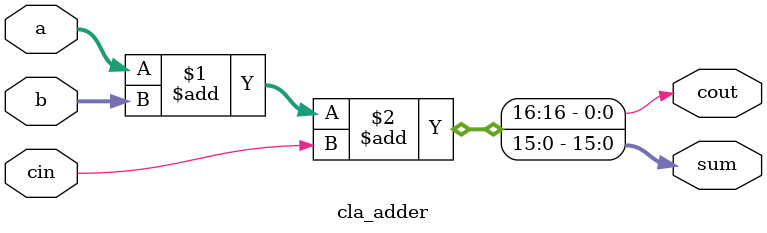
<source format=v>

module cla_adder #(
    parameter WIDTH = 16
)(
    input  wire [WIDTH-1:0] a,
    input  wire [WIDTH-1:0] b,
    input  wire             cin,
    output wire [WIDTH-1:0] sum,
    output wire             cout
);

    assign {cout, sum} = a + b + cin;

endmodule

</source>
